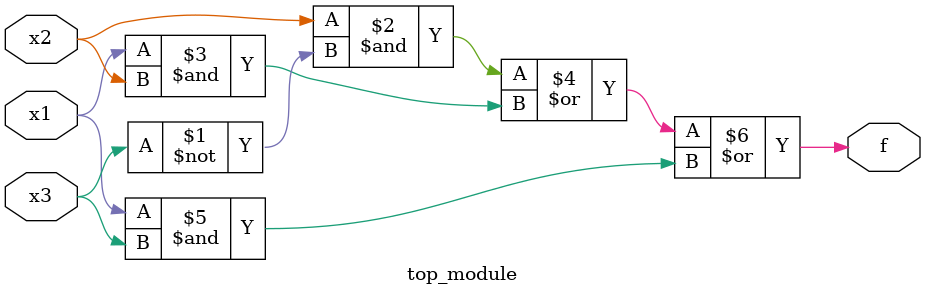
<source format=sv>
module top_module (
    input x3,
    input x2,
    input x1,
    output f
);

assign f = (x2 & ~x3) | (x1 & x2) | (x1 & x3);

endmodule

</source>
